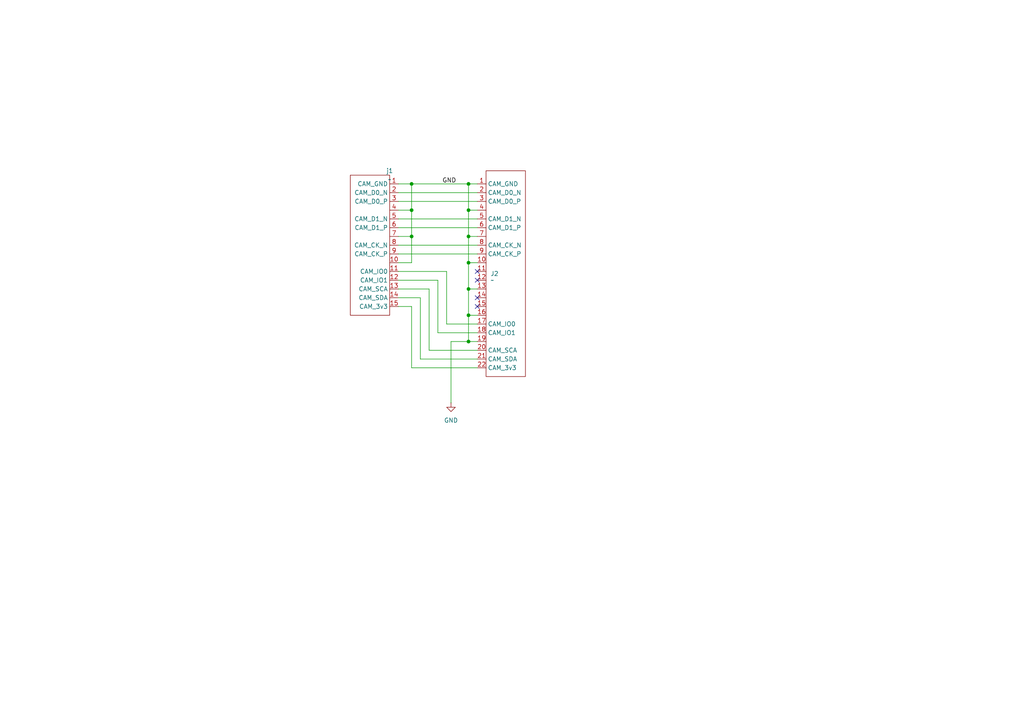
<source format=kicad_sch>
(kicad_sch (version 20250114) (generator "eeschema") (generator_version "9.0")
  (paper "A4")
  (lib_symbols
    (symbol "AWD_camera_ribbon:15_plug_1"
      (property "Reference" "j" (at 0 0 0))
      (symbol "15_plug_1_0_1"
        (rectangle (start -13.97 -1.27) (end -2.54 -41.91))
      )
      (symbol "15_plug_1_1_1"
        (pin power_out line (at 0 -3.81 180) (length 2.54) (name "CAM_GND") (number "1"))
        (pin bidirectional line (at 0 -6.35 180) (length 2.54) (name "CAM_D0_N") (number "2"))
        (pin bidirectional line (at 0 -8.89 180) (length 2.54) (name "CAM_D0_P") (number "3"))
        (pin bidirectional line (at 0 -11.43 180) (length 2.54) (name "") (number "4"))
        (pin bidirectional line (at 0 -13.97 180) (length 2.54) (name "CAM_D1_N") (number "5"))
        (pin bidirectional line (at 0 -16.51 180) (length 2.54) (name "CAM_D1_P") (number "6"))
        (pin bidirectional line (at 0 -19.05 180) (length 2.54) (name "") (number "7"))
        (pin bidirectional line (at 0 -21.59 180) (length 2.54) (name "CAM_CK_N") (number "8"))
        (pin bidirectional line (at 0 -24.13 180) (length 2.54) (name "CAM_CK_P") (number "9"))
        (pin bidirectional line (at 0 -26.67 180) (length 2.54) (name "") (number "10"))
        (pin bidirectional line (at 0 -29.21 180) (length 2.54) (name "CAM_IO0") (number "11"))
        (pin bidirectional line (at 0 -31.75 180) (length 2.54) (name "CAM_IO1") (number "12"))
        (pin bidirectional line (at 0 -34.29 180) (length 2.54) (name "CAM_SCA") (number "13"))
        (pin bidirectional line (at 0 -36.83 180) (length 2.54) (name "CAM_SDA") (number "14"))
        (pin power_out line (at 0 -39.37 180) (length 2.54) (name "CAM_3v3") (number "15"))
      )
    )
    (symbol "AWD_camera_ribbon:22_plug_1"
      (property "Reference" "J" (at 0 0 0))
      (symbol "22_plug_1_1_1"
        (rectangle (start 2.54 0) (end 13.97 -59.69))
        (pin power_in line (at 0 -3.81 0) (length 2.54) (name "CAM_GND") (number "1"))
        (pin bidirectional line (at 0 -6.35 0) (length 2.54) (name "CAM_D0_N") (number "2"))
        (pin bidirectional line (at 0 -8.89 0) (length 2.54) (name "CAM_D0_P") (number "3"))
        (pin bidirectional line (at 0 -11.43 0) (length 2.54) (name "") (number "4"))
        (pin bidirectional line (at 0 -13.97 0) (length 2.54) (name "CAM_D1_N") (number "5"))
        (pin bidirectional line (at 0 -16.51 0) (length 2.54) (name "CAM_D1_P") (number "6"))
        (pin bidirectional line (at 0 -19.05 0) (length 2.54) (name "") (number "7"))
        (pin bidirectional line (at 0 -21.59 0) (length 2.54) (name "CAM_CK_N") (number "8"))
        (pin bidirectional line (at 0 -24.13 0) (length 2.54) (name "CAM_CK_P") (number "9"))
        (pin bidirectional line (at 0 -26.67 0) (length 2.54) (name "") (number "10"))
        (pin passive line (at 0 -29.21 0) (length 2.54) (name "") (number "11"))
        (pin passive line (at 0 -31.75 0) (length 2.54) (name "") (number "12"))
        (pin bidirectional line (at 0 -34.29 0) (length 2.54) (name "") (number "13"))
        (pin passive line (at 0 -36.83 0) (length 2.54) (name "") (number "14"))
        (pin passive line (at 0 -39.37 0) (length 2.54) (name "") (number "15"))
        (pin bidirectional line (at 0 -41.91 0) (length 2.54) (name "") (number "16"))
        (pin bidirectional line (at 0 -44.45 0) (length 2.54) (name "CAM_IO0") (number "17"))
        (pin bidirectional line (at 0 -46.99 0) (length 2.54) (name "CAM_IO1") (number "18"))
        (pin bidirectional line (at 0 -49.53 0) (length 2.54) (name "") (number "19"))
        (pin bidirectional line (at 0 -52.07 0) (length 2.54) (name "CAM_SCA") (number "20"))
        (pin bidirectional line (at 0 -54.61 0) (length 2.54) (name "CAM_SDA") (number "21"))
        (pin input line (at 0 -57.15 0) (length 2.54) (name "CAM_3v3") (number "22"))
      )
    )
    (symbol "power:GND" (power) (pin_numbers (hide yes)) (pin_names (offset 0) (hide yes))
      (property "Value" "GND" (at 0 -3.81 0))
      (symbol "GND_0_1"
        (polyline (pts (xy 0 0) (xy 0 -1.27) (xy 1.27 -1.27) (xy 0 -2.54) (xy -1.27 -1.27) (xy 0 -1.27)))
      )
      (symbol "GND_1_1"
        (pin power_in line (at 0 0 270) (length 0) (name "~") (number "1"))
      )
    )
  )
  (junction (at 135.89 91.44))
  (junction (at 135.89 60.96))
  (junction (at 119.38 60.96))
  (junction (at 119.38 53.34))
  (junction (at 135.89 83.82))
  (junction (at 135.89 68.58))
  (junction (at 135.89 99.06))
  (junction (at 119.38 68.58))
  (junction (at 135.89 76.2))
  (junction (at 135.89 53.34))
  (no_connect (at 138.43 86.36))
  (no_connect (at 138.43 78.74))
  (no_connect (at 138.43 81.28))
  (no_connect (at 138.43 88.9))
  (wire (pts (xy 124.46 101.6) (xy 138.43 101.6)))
  (wire (pts (xy 135.89 60.96) (xy 135.89 68.58)))
  (wire (pts (xy 129.54 78.74) (xy 129.54 93.98)))
  (wire (pts (xy 119.38 68.58) (xy 119.38 76.2)))
  (wire (pts (xy 138.43 76.2) (xy 135.89 76.2)))
  (wire (pts (xy 130.81 116.84) (xy 130.81 99.06)))
  (wire (pts (xy 121.92 86.36) (xy 121.92 104.14)))
  (wire (pts (xy 115.57 76.2) (xy 119.38 76.2)))
  (wire (pts (xy 135.89 83.82) (xy 135.89 91.44)))
  (wire (pts (xy 138.43 91.44) (xy 135.89 91.44)))
  (wire (pts (xy 115.57 68.58) (xy 119.38 68.58)))
  (wire (pts (xy 119.38 60.96) (xy 119.38 68.58)))
  (wire (pts (xy 115.57 55.88) (xy 138.43 55.88)))
  (wire (pts (xy 119.38 53.34) (xy 119.38 60.96)))
  (wire (pts (xy 115.57 58.42) (xy 138.43 58.42)))
  (wire (pts (xy 119.38 53.34) (xy 135.89 53.34)))
  (wire (pts (xy 138.43 83.82) (xy 135.89 83.82)))
  (wire (pts (xy 135.89 53.34) (xy 135.89 60.96)))
  (wire (pts (xy 135.89 53.34) (xy 138.43 53.34)))
  (wire (pts (xy 115.57 53.34) (xy 119.38 53.34)))
  (wire (pts (xy 121.92 104.14) (xy 138.43 104.14)))
  (wire (pts (xy 119.38 106.68) (xy 138.43 106.68)))
  (wire (pts (xy 115.57 66.04) (xy 138.43 66.04)))
  (wire (pts (xy 115.57 83.82) (xy 124.46 83.82)))
  (wire (pts (xy 138.43 60.96) (xy 135.89 60.96)))
  (wire (pts (xy 135.89 76.2) (xy 135.89 83.82)))
  (wire (pts (xy 135.89 68.58) (xy 135.89 76.2)))
  (wire (pts (xy 135.89 99.06) (xy 135.89 91.44)))
  (wire (pts (xy 115.57 60.96) (xy 119.38 60.96)))
  (wire (pts (xy 129.54 93.98) (xy 138.43 93.98)))
  (wire (pts (xy 115.57 88.9) (xy 119.38 88.9)))
  (wire (pts (xy 115.57 78.74) (xy 129.54 78.74)))
  (wire (pts (xy 119.38 88.9) (xy 119.38 106.68)))
  (wire (pts (xy 115.57 81.28) (xy 127 81.28)))
  (wire (pts (xy 115.57 86.36) (xy 121.92 86.36)))
  (wire (pts (xy 124.46 83.82) (xy 124.46 101.6)))
  (wire (pts (xy 127 81.28) (xy 127 96.52)))
  (wire (pts (xy 138.43 68.58) (xy 135.89 68.58)))
  (wire (pts (xy 115.57 73.66) (xy 138.43 73.66)))
  (wire (pts (xy 138.43 99.06) (xy 135.89 99.06)))
  (wire (pts (xy 127 96.52) (xy 138.43 96.52)))
  (wire (pts (xy 115.57 71.12) (xy 138.43 71.12)))
  (wire (pts (xy 130.81 99.06) (xy 135.89 99.06)))
  (wire (pts (xy 115.57 63.5) (xy 138.43 63.5)))
  (label "GND" (at 128.27 53.34 0))
  (symbol (lib_id "AWD_camera_ribbon:15_plug_1") (at 115.57 49.53 0) (unit 1)
    (property "Reference" "j1" (at 113.03 49.53 0))
    (property "Value" "~" (at 113.03 52.07 0))
    (property "Footprint" "AWD_camera_ribbon:FPC_15pin_1mm_Vertical" (effects (hide yes)))
  )
  (symbol (lib_id "power:GND") (at 130.81 116.84 0) (unit 1)
    (property "Reference" "#PWR01" (effects (hide yes)))
    (property "Value" "GND" (at 130.81 121.92 0))
    (property "Description" "Power symbol creates a global label with name \"GND\" , ground" (effects (hide yes)))
  )
  (symbol (lib_id "AWD_camera_ribbon:22_plug_1") (at 138.43 49.53 0) (unit 1)
    (property "Reference" "J2" (at 142.24 79.3749 0) (effects (justify left)))
    (property "Value" "~" (at 142.24 81.28 0) (effects (justify left)))
    (property "Footprint" "AWD_camera_ribbon:FPC_22pin_0.5mm_Vertical" (effects (hide yes)))
  )
)
</source>
